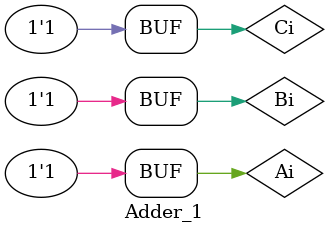
<source format=v>
`timescale 1ns / 1ps


module Adder_1;

	// Inputs
	reg Ai;
	reg Bi;
	reg Ci;

	// Outputs
	wire F;
	wire C;

	// Instantiate the Unit Under Test (UUT)
	Adder uut (
		.Ai(Ai), 
		.Bi(Bi), 
		.Ci(Ci), 
		.F(F), 
		.C(C)
	);

	initial begin
		// Initialize Inputs
		Ai = 0;
		Bi = 0;
		Ci = 0;

		// Wait 100 ns for global reset to finish
		#100;
        
		// Add stimulus here
		Ai = 0;
		Bi = 0;
		Ci = 1;
		#100;
		Ai = 0;
		Bi = 1;
		Ci = 0;
		#100;
		Ai = 0;
		Bi = 1;
		Ci = 1;
		#100;
		Ai = 1;
		Bi = 0;
		Ci = 0;
		#100;
		Ai = 1;
		Bi = 0;
		Ci = 1;
		#100;
		Ai = 1;
		Bi = 1;
		Ci = 0;
		#100;
		Ai = 1;
		Bi = 1;
		Ci = 1;
		#100;
		
		
	end
      
endmodule


</source>
